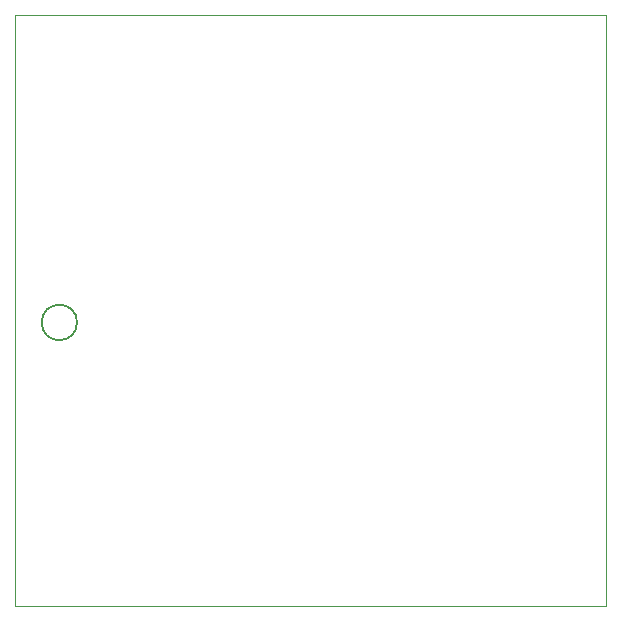
<source format=gbr>
%TF.GenerationSoftware,KiCad,Pcbnew,9.0.4*%
%TF.CreationDate,2025-09-24T19:41:08-07:00*%
%TF.ProjectId,LE_FRONTEND,4c455f46-524f-44e5-9445-4e442e6b6963,rev?*%
%TF.SameCoordinates,Original*%
%TF.FileFunction,Profile,NP*%
%FSLAX46Y46*%
G04 Gerber Fmt 4.6, Leading zero omitted, Abs format (unit mm)*
G04 Created by KiCad (PCBNEW 9.0.4) date 2025-09-24 19:41:08*
%MOMM*%
%LPD*%
G01*
G04 APERTURE LIST*
%TA.AperFunction,Profile*%
%ADD10C,0.200000*%
%TD*%
%TA.AperFunction,Profile*%
%ADD11C,0.050000*%
%TD*%
G04 APERTURE END LIST*
D10*
X70750000Y-137500000D02*
G75*
G02*
X67750000Y-137500000I-1500000J0D01*
G01*
X67750000Y-137500000D02*
G75*
G02*
X70750000Y-137500000I1500000J0D01*
G01*
D11*
X65500000Y-111500000D02*
X115500000Y-111500000D01*
X115500000Y-161500000D01*
X65500000Y-161500000D01*
X65500000Y-111500000D01*
M02*

</source>
